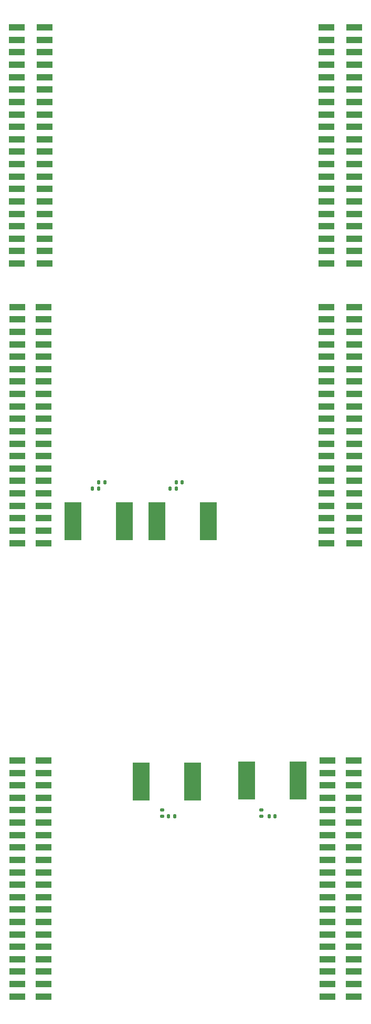
<source format=gbr>
%TF.GenerationSoftware,KiCad,Pcbnew,(6.0.10)*%
%TF.CreationDate,2023-04-24T21:45:00+09:00*%
%TF.ProjectId,qdrive_hw,71647269-7665-45f6-9877-2e6b69636164,rev?*%
%TF.SameCoordinates,Original*%
%TF.FileFunction,Paste,Bot*%
%TF.FilePolarity,Positive*%
%FSLAX46Y46*%
G04 Gerber Fmt 4.6, Leading zero omitted, Abs format (unit mm)*
G04 Created by KiCad (PCBNEW (6.0.10)) date 2023-04-24 21:45:00*
%MOMM*%
%LPD*%
G01*
G04 APERTURE LIST*
G04 Aperture macros list*
%AMRoundRect*
0 Rectangle with rounded corners*
0 $1 Rounding radius*
0 $2 $3 $4 $5 $6 $7 $8 $9 X,Y pos of 4 corners*
0 Add a 4 corners polygon primitive as box body*
4,1,4,$2,$3,$4,$5,$6,$7,$8,$9,$2,$3,0*
0 Add four circle primitives for the rounded corners*
1,1,$1+$1,$2,$3*
1,1,$1+$1,$4,$5*
1,1,$1+$1,$6,$7*
1,1,$1+$1,$8,$9*
0 Add four rect primitives between the rounded corners*
20,1,$1+$1,$2,$3,$4,$5,0*
20,1,$1+$1,$4,$5,$6,$7,0*
20,1,$1+$1,$6,$7,$8,$9,0*
20,1,$1+$1,$8,$9,$2,$3,0*%
G04 Aperture macros list end*
%ADD10R,2.500000X1.000000*%
%ADD11RoundRect,0.135000X0.185000X-0.135000X0.185000X0.135000X-0.185000X0.135000X-0.185000X-0.135000X0*%
%ADD12RoundRect,0.140000X0.140000X0.170000X-0.140000X0.170000X-0.140000X-0.170000X0.140000X-0.170000X0*%
%ADD13RoundRect,0.135000X0.135000X0.185000X-0.135000X0.185000X-0.135000X-0.185000X0.135000X-0.185000X0*%
%ADD14R,2.700000X6.200000*%
G04 APERTURE END LIST*
D10*
%TO.C,J206*%
X160750000Y-61000000D03*
X165250000Y-61000000D03*
X160750000Y-63000000D03*
X165250000Y-63000000D03*
X160750000Y-65000000D03*
X165250000Y-65000000D03*
X160750000Y-67000000D03*
X165250000Y-67000000D03*
X160750000Y-69000000D03*
X165250000Y-69000000D03*
X160750000Y-71000000D03*
X165250000Y-71000000D03*
X160750000Y-73000000D03*
X165250000Y-73000000D03*
X160750000Y-75000000D03*
X165250000Y-75000000D03*
X160750000Y-77000000D03*
X165250000Y-77000000D03*
X160750000Y-79000000D03*
X165250000Y-79000000D03*
X160750000Y-81000000D03*
X165250000Y-81000000D03*
X160750000Y-83000000D03*
X165250000Y-83000000D03*
X160750000Y-85000000D03*
X165250000Y-85000000D03*
X160750000Y-87000000D03*
X165250000Y-87000000D03*
X160750000Y-89000000D03*
X165250000Y-89000000D03*
X160750000Y-91000000D03*
X165250000Y-91000000D03*
X160750000Y-93000000D03*
X165250000Y-93000000D03*
X160750000Y-95000000D03*
X165250000Y-95000000D03*
X160750000Y-97000000D03*
X165250000Y-97000000D03*
X160750000Y-99000000D03*
X165250000Y-99000000D03*
%TD*%
D11*
%TO.C,R409*%
X184250000Y-188010000D03*
X184250000Y-186990000D03*
%TD*%
%TO.C,R415*%
X200250000Y-188010000D03*
X200250000Y-186990000D03*
%TD*%
D12*
%TO.C,C303*%
X187480000Y-134200000D03*
X186520000Y-134200000D03*
%TD*%
D13*
%TO.C,R315*%
X174010000Y-135250000D03*
X172990000Y-135250000D03*
%TD*%
D14*
%TO.C,R312*%
X191650000Y-140500000D03*
X183350000Y-140500000D03*
%TD*%
D12*
%TO.C,C305*%
X174980000Y-134250000D03*
X174020000Y-134250000D03*
%TD*%
D14*
%TO.C,R412*%
X189150000Y-182400000D03*
X180850000Y-182400000D03*
%TD*%
D10*
%TO.C,J304*%
X165125000Y-106000000D03*
X160875000Y-106000000D03*
X165125000Y-108000000D03*
X160875000Y-108000000D03*
X165125000Y-110000000D03*
X160875000Y-110000000D03*
X165125000Y-112000000D03*
X160875000Y-112000000D03*
X165125000Y-114000000D03*
X160875000Y-114000000D03*
X165125000Y-116000000D03*
X160875000Y-116000000D03*
X165125000Y-118000000D03*
X160875000Y-118000000D03*
X165125000Y-120000000D03*
X160875000Y-120000000D03*
X165125000Y-122000000D03*
X160875000Y-122000000D03*
X165125000Y-124000000D03*
X160875000Y-124000000D03*
X165125000Y-126000000D03*
X160875000Y-126000000D03*
X165125000Y-128000000D03*
X160875000Y-128000000D03*
X165125000Y-130000000D03*
X160875000Y-130000000D03*
X165125000Y-132000000D03*
X160875000Y-132000000D03*
X165125000Y-134000000D03*
X160875000Y-134000000D03*
X165125000Y-136000000D03*
X160875000Y-136000000D03*
X165125000Y-138000000D03*
X160875000Y-138000000D03*
X165125000Y-140000000D03*
X160875000Y-140000000D03*
X165125000Y-142000000D03*
X160875000Y-142000000D03*
X165125000Y-144000000D03*
X160875000Y-144000000D03*
%TD*%
D12*
%TO.C,C405*%
X202480000Y-188000000D03*
X201520000Y-188000000D03*
%TD*%
D10*
%TO.C,J207*%
X210750000Y-61000000D03*
X215250000Y-61000000D03*
X210750000Y-63000000D03*
X215250000Y-63000000D03*
X210750000Y-65000000D03*
X215250000Y-65000000D03*
X210750000Y-67000000D03*
X215250000Y-67000000D03*
X210750000Y-69000000D03*
X215250000Y-69000000D03*
X210750000Y-71000000D03*
X215250000Y-71000000D03*
X210750000Y-73000000D03*
X215250000Y-73000000D03*
X210750000Y-75000000D03*
X215250000Y-75000000D03*
X210750000Y-77000000D03*
X215250000Y-77000000D03*
X210750000Y-79000000D03*
X215250000Y-79000000D03*
X210750000Y-81000000D03*
X215250000Y-81000000D03*
X210750000Y-83000000D03*
X215250000Y-83000000D03*
X210750000Y-85000000D03*
X215250000Y-85000000D03*
X210750000Y-87000000D03*
X215250000Y-87000000D03*
X210750000Y-89000000D03*
X215250000Y-89000000D03*
X210750000Y-91000000D03*
X215250000Y-91000000D03*
X210750000Y-93000000D03*
X215250000Y-93000000D03*
X210750000Y-95000000D03*
X215250000Y-95000000D03*
X210750000Y-97000000D03*
X215250000Y-97000000D03*
X210750000Y-99000000D03*
X215250000Y-99000000D03*
%TD*%
%TO.C,J305*%
X210750000Y-106000000D03*
X215250000Y-106000000D03*
X210750000Y-108000000D03*
X215250000Y-108000000D03*
X210750000Y-110000000D03*
X215250000Y-110000000D03*
X210750000Y-112000000D03*
X215250000Y-112000000D03*
X210750000Y-114000000D03*
X215250000Y-114000000D03*
X210750000Y-116000000D03*
X215250000Y-116000000D03*
X210750000Y-118000000D03*
X215250000Y-118000000D03*
X210750000Y-120000000D03*
X215250000Y-120000000D03*
X210750000Y-122000000D03*
X215250000Y-122000000D03*
X210750000Y-124000000D03*
X215250000Y-124000000D03*
X210750000Y-126000000D03*
X215250000Y-126000000D03*
X210750000Y-128000000D03*
X215250000Y-128000000D03*
X210750000Y-130000000D03*
X215250000Y-130000000D03*
X210750000Y-132000000D03*
X215250000Y-132000000D03*
X210750000Y-134000000D03*
X215250000Y-134000000D03*
X210750000Y-136000000D03*
X215250000Y-136000000D03*
X210750000Y-138000000D03*
X215250000Y-138000000D03*
X210750000Y-140000000D03*
X215250000Y-140000000D03*
X210750000Y-142000000D03*
X215250000Y-142000000D03*
X210750000Y-144000000D03*
X215250000Y-144000000D03*
%TD*%
D14*
%TO.C,R316*%
X178150000Y-140500000D03*
X169850000Y-140500000D03*
%TD*%
D10*
%TO.C,J404*%
X160875000Y-217000000D03*
X165125000Y-217000000D03*
X160875000Y-215000000D03*
X165125000Y-215000000D03*
X160875000Y-213000000D03*
X165125000Y-213000000D03*
X160875000Y-211000000D03*
X165125000Y-211000000D03*
X160875000Y-209000000D03*
X165125000Y-209000000D03*
X160875000Y-207000000D03*
X165125000Y-207000000D03*
X160875000Y-205000000D03*
X165125000Y-205000000D03*
X160875000Y-203000000D03*
X165125000Y-203000000D03*
X160875000Y-201000000D03*
X165125000Y-201000000D03*
X160875000Y-199000000D03*
X165125000Y-199000000D03*
X160875000Y-197000000D03*
X165125000Y-197000000D03*
X160875000Y-195000000D03*
X165125000Y-195000000D03*
X160875000Y-193000000D03*
X165125000Y-193000000D03*
X160875000Y-191000000D03*
X165125000Y-191000000D03*
X160875000Y-189000000D03*
X165125000Y-189000000D03*
X160875000Y-187000000D03*
X165125000Y-187000000D03*
X160875000Y-185000000D03*
X165125000Y-185000000D03*
X160875000Y-183000000D03*
X165125000Y-183000000D03*
X160875000Y-181000000D03*
X165125000Y-181000000D03*
X160875000Y-179000000D03*
X165125000Y-179000000D03*
%TD*%
%TO.C,J408*%
X210875000Y-217000000D03*
X215125000Y-217000000D03*
X210875000Y-215000000D03*
X215125000Y-215000000D03*
X210875000Y-213000000D03*
X215125000Y-213000000D03*
X210875000Y-211000000D03*
X215125000Y-211000000D03*
X210875000Y-209000000D03*
X215125000Y-209000000D03*
X210875000Y-207000000D03*
X215125000Y-207000000D03*
X210875000Y-205000000D03*
X215125000Y-205000000D03*
X210875000Y-203000000D03*
X215125000Y-203000000D03*
X210875000Y-201000000D03*
X215125000Y-201000000D03*
X210875000Y-199000000D03*
X215125000Y-199000000D03*
X210875000Y-197000000D03*
X215125000Y-197000000D03*
X210875000Y-195000000D03*
X215125000Y-195000000D03*
X210875000Y-193000000D03*
X215125000Y-193000000D03*
X210875000Y-191000000D03*
X215125000Y-191000000D03*
X210875000Y-189000000D03*
X215125000Y-189000000D03*
X210875000Y-187000000D03*
X215125000Y-187000000D03*
X210875000Y-185000000D03*
X215125000Y-185000000D03*
X210875000Y-183000000D03*
X215125000Y-183000000D03*
X210875000Y-181000000D03*
X215125000Y-181000000D03*
X210875000Y-179000000D03*
X215125000Y-179000000D03*
%TD*%
D14*
%TO.C,R416*%
X206150000Y-182250000D03*
X197850000Y-182250000D03*
%TD*%
D13*
%TO.C,R309*%
X186510000Y-135250000D03*
X185490000Y-135250000D03*
%TD*%
D12*
%TO.C,C403*%
X186250000Y-188000000D03*
X185290000Y-188000000D03*
%TD*%
M02*

</source>
